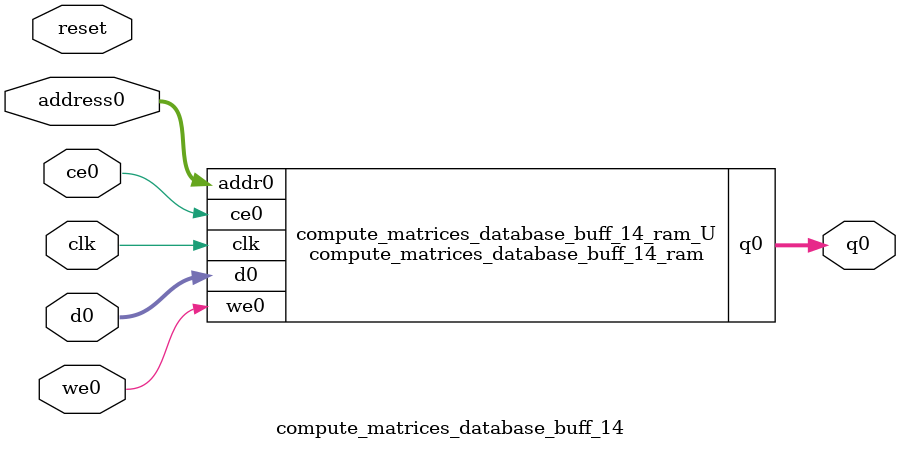
<source format=v>
`timescale 1 ns / 1 ps
module compute_matrices_database_buff_14_ram (addr0, ce0, d0, we0, q0,  clk);

parameter DWIDTH = 8;
parameter AWIDTH = 13;
parameter MEM_SIZE = 4099;

input[AWIDTH-1:0] addr0;
input ce0;
input[DWIDTH-1:0] d0;
input we0;
output reg[DWIDTH-1:0] q0;
input clk;

(* ram_style = "block" *)reg [DWIDTH-1:0] ram0[0:MEM_SIZE-1];



always @(posedge clk)  
begin 
    if (ce0) begin
        if (we0) 
            ram0[addr0] <= d0; 
        q0 <= ram0[addr0];
    end
end


endmodule

`timescale 1 ns / 1 ps
module compute_matrices_database_buff_14(
    reset,
    clk,
    address0,
    ce0,
    we0,
    d0,
    q0);

parameter DataWidth = 32'd8;
parameter AddressRange = 32'd4099;
parameter AddressWidth = 32'd13;
input reset;
input clk;
input[AddressWidth - 1:0] address0;
input ce0;
input we0;
input[DataWidth - 1:0] d0;
output[DataWidth - 1:0] q0;



compute_matrices_database_buff_14_ram compute_matrices_database_buff_14_ram_U(
    .clk( clk ),
    .addr0( address0 ),
    .ce0( ce0 ),
    .we0( we0 ),
    .d0( d0 ),
    .q0( q0 ));

endmodule


</source>
